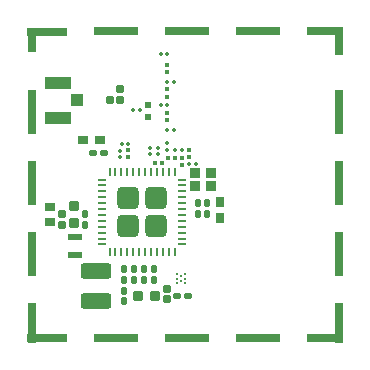
<source format=gtp>
G04*
G04 #@! TF.GenerationSoftware,Altium Limited,Altium Designer,19.0.15 (446)*
G04*
G04 Layer_Color=8421504*
%FSLAX25Y25*%
%MOIN*%
G70*
G01*
G75*
G04:AMPARAMS|DCode=10|XSize=74.8mil|YSize=74.8mil|CornerRadius=18.7mil|HoleSize=0mil|Usage=FLASHONLY|Rotation=180.000|XOffset=0mil|YOffset=0mil|HoleType=Round|Shape=RoundedRectangle|*
%AMROUNDEDRECTD10*
21,1,0.07480,0.03740,0,0,180.0*
21,1,0.03740,0.07480,0,0,180.0*
1,1,0.03740,-0.01870,0.01870*
1,1,0.03740,0.01870,0.01870*
1,1,0.03740,0.01870,-0.01870*
1,1,0.03740,-0.01870,-0.01870*
%
%ADD10ROUNDEDRECTD10*%
G04:AMPARAMS|DCode=11|XSize=74.8mil|YSize=74.8mil|CornerRadius=18.7mil|HoleSize=0mil|Usage=FLASHONLY|Rotation=270.000|XOffset=0mil|YOffset=0mil|HoleType=Round|Shape=RoundedRectangle|*
%AMROUNDEDRECTD11*
21,1,0.07480,0.03740,0,0,270.0*
21,1,0.03740,0.07480,0,0,270.0*
1,1,0.03740,-0.01870,-0.01870*
1,1,0.03740,-0.01870,0.01870*
1,1,0.03740,0.01870,0.01870*
1,1,0.03740,0.01870,-0.01870*
%
%ADD11ROUNDEDRECTD11*%
G04:AMPARAMS|DCode=12|XSize=12.21mil|YSize=13.39mil|CornerRadius=3.17mil|HoleSize=0mil|Usage=FLASHONLY|Rotation=180.000|XOffset=0mil|YOffset=0mil|HoleType=Round|Shape=RoundedRectangle|*
%AMROUNDEDRECTD12*
21,1,0.01221,0.00704,0,0,180.0*
21,1,0.00586,0.01339,0,0,180.0*
1,1,0.00635,-0.00293,0.00352*
1,1,0.00635,0.00293,0.00352*
1,1,0.00635,0.00293,-0.00352*
1,1,0.00635,-0.00293,-0.00352*
%
%ADD12ROUNDEDRECTD12*%
G04:AMPARAMS|DCode=13|XSize=11.81mil|YSize=11.81mil|CornerRadius=0.59mil|HoleSize=0mil|Usage=FLASHONLY|Rotation=0.000|XOffset=0mil|YOffset=0mil|HoleType=Round|Shape=RoundedRectangle|*
%AMROUNDEDRECTD13*
21,1,0.01181,0.01063,0,0,0.0*
21,1,0.01063,0.01181,0,0,0.0*
1,1,0.00118,0.00532,-0.00532*
1,1,0.00118,-0.00532,-0.00532*
1,1,0.00118,-0.00532,0.00532*
1,1,0.00118,0.00532,0.00532*
%
%ADD13ROUNDEDRECTD13*%
G04:AMPARAMS|DCode=14|XSize=34.65mil|YSize=26.38mil|CornerRadius=1.32mil|HoleSize=0mil|Usage=FLASHONLY|Rotation=180.000|XOffset=0mil|YOffset=0mil|HoleType=Round|Shape=RoundedRectangle|*
%AMROUNDEDRECTD14*
21,1,0.03465,0.02374,0,0,180.0*
21,1,0.03201,0.02638,0,0,180.0*
1,1,0.00264,-0.01600,0.01187*
1,1,0.00264,0.01600,0.01187*
1,1,0.00264,0.01600,-0.01187*
1,1,0.00264,-0.01600,-0.01187*
%
%ADD14ROUNDEDRECTD14*%
G04:AMPARAMS|DCode=15|XSize=19.68mil|YSize=47.24mil|CornerRadius=0mil|HoleSize=0mil|Usage=FLASHONLY|Rotation=90.000|XOffset=0mil|YOffset=0mil|HoleType=Round|Shape=RoundedRectangle|*
%AMROUNDEDRECTD15*
21,1,0.01968,0.04724,0,0,90.0*
21,1,0.01968,0.04724,0,0,90.0*
1,1,0.00000,0.02362,0.00984*
1,1,0.00000,0.02362,-0.00984*
1,1,0.00000,-0.02362,-0.00984*
1,1,0.00000,-0.02362,0.00984*
%
%ADD15ROUNDEDRECTD15*%
G04:AMPARAMS|DCode=16|XSize=21.65mil|YSize=47.24mil|CornerRadius=0mil|HoleSize=0mil|Usage=FLASHONLY|Rotation=90.000|XOffset=0mil|YOffset=0mil|HoleType=Round|Shape=RoundedRectangle|*
%AMROUNDEDRECTD16*
21,1,0.02165,0.04724,0,0,90.0*
21,1,0.02165,0.04724,0,0,90.0*
1,1,0.00000,0.02362,0.01083*
1,1,0.00000,0.02362,-0.01083*
1,1,0.00000,-0.02362,-0.01083*
1,1,0.00000,-0.02362,0.01083*
%
%ADD16ROUNDEDRECTD16*%
G04:AMPARAMS|DCode=17|XSize=19.68mil|YSize=21.65mil|CornerRadius=1.97mil|HoleSize=0mil|Usage=FLASHONLY|Rotation=0.000|XOffset=0mil|YOffset=0mil|HoleType=Round|Shape=RoundedRectangle|*
%AMROUNDEDRECTD17*
21,1,0.01968,0.01772,0,0,0.0*
21,1,0.01575,0.02165,0,0,0.0*
1,1,0.00394,0.00787,-0.00886*
1,1,0.00394,-0.00787,-0.00886*
1,1,0.00394,-0.00787,0.00886*
1,1,0.00394,0.00787,0.00886*
%
%ADD17ROUNDEDRECTD17*%
G04:AMPARAMS|DCode=18|XSize=12.21mil|YSize=13.39mil|CornerRadius=3.17mil|HoleSize=0mil|Usage=FLASHONLY|Rotation=270.000|XOffset=0mil|YOffset=0mil|HoleType=Round|Shape=RoundedRectangle|*
%AMROUNDEDRECTD18*
21,1,0.01221,0.00704,0,0,270.0*
21,1,0.00586,0.01339,0,0,270.0*
1,1,0.00635,-0.00352,-0.00293*
1,1,0.00635,-0.00352,0.00293*
1,1,0.00635,0.00352,0.00293*
1,1,0.00635,0.00352,-0.00293*
%
%ADD18ROUNDEDRECTD18*%
G04:AMPARAMS|DCode=19|XSize=11.81mil|YSize=11.81mil|CornerRadius=0.59mil|HoleSize=0mil|Usage=FLASHONLY|Rotation=270.000|XOffset=0mil|YOffset=0mil|HoleType=Round|Shape=RoundedRectangle|*
%AMROUNDEDRECTD19*
21,1,0.01181,0.01063,0,0,270.0*
21,1,0.01063,0.01181,0,0,270.0*
1,1,0.00118,-0.00532,-0.00532*
1,1,0.00118,-0.00532,0.00532*
1,1,0.00118,0.00532,0.00532*
1,1,0.00118,0.00532,-0.00532*
%
%ADD19ROUNDEDRECTD19*%
G04:AMPARAMS|DCode=20|XSize=23.62mil|YSize=23.62mil|CornerRadius=2.36mil|HoleSize=0mil|Usage=FLASHONLY|Rotation=180.000|XOffset=0mil|YOffset=0mil|HoleType=Round|Shape=RoundedRectangle|*
%AMROUNDEDRECTD20*
21,1,0.02362,0.01890,0,0,180.0*
21,1,0.01890,0.02362,0,0,180.0*
1,1,0.00472,-0.00945,0.00945*
1,1,0.00472,0.00945,0.00945*
1,1,0.00472,0.00945,-0.00945*
1,1,0.00472,-0.00945,-0.00945*
%
%ADD20ROUNDEDRECTD20*%
G04:AMPARAMS|DCode=21|XSize=33.47mil|YSize=31.5mil|CornerRadius=3.94mil|HoleSize=0mil|Usage=FLASHONLY|Rotation=90.000|XOffset=0mil|YOffset=0mil|HoleType=Round|Shape=RoundedRectangle|*
%AMROUNDEDRECTD21*
21,1,0.03347,0.02362,0,0,90.0*
21,1,0.02559,0.03150,0,0,90.0*
1,1,0.00787,0.01181,0.01280*
1,1,0.00787,0.01181,-0.01280*
1,1,0.00787,-0.01181,-0.01280*
1,1,0.00787,-0.01181,0.01280*
%
%ADD21ROUNDEDRECTD21*%
G04:AMPARAMS|DCode=22|XSize=41.34mil|YSize=88.58mil|CornerRadius=4.13mil|HoleSize=0mil|Usage=FLASHONLY|Rotation=90.000|XOffset=0mil|YOffset=0mil|HoleType=Round|Shape=RoundedRectangle|*
%AMROUNDEDRECTD22*
21,1,0.04134,0.08032,0,0,90.0*
21,1,0.03307,0.08858,0,0,90.0*
1,1,0.00827,0.04016,0.01654*
1,1,0.00827,0.04016,-0.01654*
1,1,0.00827,-0.04016,-0.01654*
1,1,0.00827,-0.04016,0.01654*
%
%ADD22ROUNDEDRECTD22*%
G04:AMPARAMS|DCode=23|XSize=41.34mil|YSize=43.31mil|CornerRadius=4.13mil|HoleSize=0mil|Usage=FLASHONLY|Rotation=90.000|XOffset=0mil|YOffset=0mil|HoleType=Round|Shape=RoundedRectangle|*
%AMROUNDEDRECTD23*
21,1,0.04134,0.03504,0,0,90.0*
21,1,0.03307,0.04331,0,0,90.0*
1,1,0.00827,0.01752,0.01654*
1,1,0.00827,0.01752,-0.01654*
1,1,0.00827,-0.01752,-0.01654*
1,1,0.00827,-0.01752,0.01654*
%
%ADD23ROUNDEDRECTD23*%
G04:AMPARAMS|DCode=24|XSize=35.43mil|YSize=31.5mil|CornerRadius=3.15mil|HoleSize=0mil|Usage=FLASHONLY|Rotation=0.000|XOffset=0mil|YOffset=0mil|HoleType=Round|Shape=RoundedRectangle|*
%AMROUNDEDRECTD24*
21,1,0.03543,0.02520,0,0,0.0*
21,1,0.02913,0.03150,0,0,0.0*
1,1,0.00630,0.01457,-0.01260*
1,1,0.00630,-0.01457,-0.01260*
1,1,0.00630,-0.01457,0.01260*
1,1,0.00630,0.01457,0.01260*
%
%ADD24ROUNDEDRECTD24*%
%ADD25C,0.00827*%
%ADD26O,0.02953X0.01000*%
G04:AMPARAMS|DCode=27|XSize=29.53mil|YSize=149.61mil|CornerRadius=2.95mil|HoleSize=0mil|Usage=FLASHONLY|Rotation=180.000|XOffset=0mil|YOffset=0mil|HoleType=Round|Shape=RoundedRectangle|*
%AMROUNDEDRECTD27*
21,1,0.02953,0.14370,0,0,180.0*
21,1,0.02362,0.14961,0,0,180.0*
1,1,0.00591,-0.01181,0.07185*
1,1,0.00591,0.01181,0.07185*
1,1,0.00591,0.01181,-0.07185*
1,1,0.00591,-0.01181,-0.07185*
%
%ADD27ROUNDEDRECTD27*%
G04:AMPARAMS|DCode=28|XSize=29.53mil|YSize=149.61mil|CornerRadius=2.95mil|HoleSize=0mil|Usage=FLASHONLY|Rotation=270.000|XOffset=0mil|YOffset=0mil|HoleType=Round|Shape=RoundedRectangle|*
%AMROUNDEDRECTD28*
21,1,0.02953,0.14370,0,0,270.0*
21,1,0.02362,0.14961,0,0,270.0*
1,1,0.00591,-0.07185,-0.01181*
1,1,0.00591,-0.07185,0.01181*
1,1,0.00591,0.07185,0.01181*
1,1,0.00591,0.07185,-0.01181*
%
%ADD28ROUNDEDRECTD28*%
G04:AMPARAMS|DCode=29|XSize=29.53mil|YSize=82.68mil|CornerRadius=2.95mil|HoleSize=0mil|Usage=FLASHONLY|Rotation=180.000|XOffset=0mil|YOffset=0mil|HoleType=Round|Shape=RoundedRectangle|*
%AMROUNDEDRECTD29*
21,1,0.02953,0.07677,0,0,180.0*
21,1,0.02362,0.08268,0,0,180.0*
1,1,0.00591,-0.01181,0.03839*
1,1,0.00591,0.01181,0.03839*
1,1,0.00591,0.01181,-0.03839*
1,1,0.00591,-0.01181,-0.03839*
%
%ADD29ROUNDEDRECTD29*%
G04:AMPARAMS|DCode=30|XSize=29.53mil|YSize=132.87mil|CornerRadius=2.95mil|HoleSize=0mil|Usage=FLASHONLY|Rotation=270.000|XOffset=0mil|YOffset=0mil|HoleType=Round|Shape=RoundedRectangle|*
%AMROUNDEDRECTD30*
21,1,0.02953,0.12697,0,0,270.0*
21,1,0.02362,0.13287,0,0,270.0*
1,1,0.00591,-0.06348,-0.01181*
1,1,0.00591,-0.06348,0.01181*
1,1,0.00591,0.06348,0.01181*
1,1,0.00591,0.06348,-0.01181*
%
%ADD30ROUNDEDRECTD30*%
G04:AMPARAMS|DCode=31|XSize=29.53mil|YSize=123.03mil|CornerRadius=2.95mil|HoleSize=0mil|Usage=FLASHONLY|Rotation=270.000|XOffset=0mil|YOffset=0mil|HoleType=Round|Shape=RoundedRectangle|*
%AMROUNDEDRECTD31*
21,1,0.02953,0.11713,0,0,270.0*
21,1,0.02362,0.12303,0,0,270.0*
1,1,0.00591,-0.05856,-0.01181*
1,1,0.00591,-0.05856,0.01181*
1,1,0.00591,0.05856,0.01181*
1,1,0.00591,0.05856,-0.01181*
%
%ADD31ROUNDEDRECTD31*%
G04:AMPARAMS|DCode=32|XSize=29.53mil|YSize=90.55mil|CornerRadius=2.95mil|HoleSize=0mil|Usage=FLASHONLY|Rotation=180.000|XOffset=0mil|YOffset=0mil|HoleType=Round|Shape=RoundedRectangle|*
%AMROUNDEDRECTD32*
21,1,0.02953,0.08465,0,0,180.0*
21,1,0.02362,0.09055,0,0,180.0*
1,1,0.00591,-0.01181,0.04232*
1,1,0.00591,0.01181,0.04232*
1,1,0.00591,0.01181,-0.04232*
1,1,0.00591,-0.01181,-0.04232*
%
%ADD32ROUNDEDRECTD32*%
G04:AMPARAMS|DCode=33|XSize=29.53mil|YSize=122.05mil|CornerRadius=2.95mil|HoleSize=0mil|Usage=FLASHONLY|Rotation=270.000|XOffset=0mil|YOffset=0mil|HoleType=Round|Shape=RoundedRectangle|*
%AMROUNDEDRECTD33*
21,1,0.02953,0.11614,0,0,270.0*
21,1,0.02362,0.12205,0,0,270.0*
1,1,0.00591,-0.05807,-0.01181*
1,1,0.00591,-0.05807,0.01181*
1,1,0.00591,0.05807,0.01181*
1,1,0.00591,0.05807,-0.01181*
%
%ADD33ROUNDEDRECTD33*%
G04:AMPARAMS|DCode=34|XSize=29.53mil|YSize=133.86mil|CornerRadius=2.95mil|HoleSize=0mil|Usage=FLASHONLY|Rotation=180.000|XOffset=0mil|YOffset=0mil|HoleType=Round|Shape=RoundedRectangle|*
%AMROUNDEDRECTD34*
21,1,0.02953,0.12795,0,0,180.0*
21,1,0.02362,0.13386,0,0,180.0*
1,1,0.00591,-0.01181,0.06398*
1,1,0.00591,0.01181,0.06398*
1,1,0.00591,0.01181,-0.06398*
1,1,0.00591,-0.01181,-0.06398*
%
%ADD34ROUNDEDRECTD34*%
G04:AMPARAMS|DCode=35|XSize=29.53mil|YSize=133.86mil|CornerRadius=2.95mil|HoleSize=0mil|Usage=FLASHONLY|Rotation=270.000|XOffset=0mil|YOffset=0mil|HoleType=Round|Shape=RoundedRectangle|*
%AMROUNDEDRECTD35*
21,1,0.02953,0.12795,0,0,270.0*
21,1,0.02362,0.13386,0,0,270.0*
1,1,0.00591,-0.06398,-0.01181*
1,1,0.00591,-0.06398,0.01181*
1,1,0.00591,0.06398,0.01181*
1,1,0.00591,0.06398,-0.01181*
%
%ADD35ROUNDEDRECTD35*%
G04:AMPARAMS|DCode=36|XSize=100.39mil|YSize=51.18mil|CornerRadius=7.68mil|HoleSize=0mil|Usage=FLASHONLY|Rotation=0.000|XOffset=0mil|YOffset=0mil|HoleType=Round|Shape=RoundedRectangle|*
%AMROUNDEDRECTD36*
21,1,0.10039,0.03583,0,0,0.0*
21,1,0.08504,0.05118,0,0,0.0*
1,1,0.01535,0.04252,-0.01791*
1,1,0.01535,-0.04252,-0.01791*
1,1,0.01535,-0.04252,0.01791*
1,1,0.01535,0.04252,0.01791*
%
%ADD36ROUNDEDRECTD36*%
G04:AMPARAMS|DCode=37|XSize=27.56mil|YSize=33.47mil|CornerRadius=3.45mil|HoleSize=0mil|Usage=FLASHONLY|Rotation=90.000|XOffset=0mil|YOffset=0mil|HoleType=Round|Shape=RoundedRectangle|*
%AMROUNDEDRECTD37*
21,1,0.02756,0.02657,0,0,90.0*
21,1,0.02067,0.03347,0,0,90.0*
1,1,0.00689,0.01329,0.01034*
1,1,0.00689,0.01329,-0.01034*
1,1,0.00689,-0.01329,-0.01034*
1,1,0.00689,-0.01329,0.01034*
%
%ADD37ROUNDEDRECTD37*%
%ADD38O,0.00984X0.02953*%
%ADD39O,0.02953X0.00984*%
G04:AMPARAMS|DCode=40|XSize=27.56mil|YSize=33.47mil|CornerRadius=3.45mil|HoleSize=0mil|Usage=FLASHONLY|Rotation=180.000|XOffset=0mil|YOffset=0mil|HoleType=Round|Shape=RoundedRectangle|*
%AMROUNDEDRECTD40*
21,1,0.02756,0.02657,0,0,180.0*
21,1,0.02067,0.03347,0,0,180.0*
1,1,0.00689,-0.01034,0.01329*
1,1,0.00689,0.01034,0.01329*
1,1,0.00689,0.01034,-0.01329*
1,1,0.00689,-0.01034,-0.01329*
%
%ADD40ROUNDEDRECTD40*%
G04:AMPARAMS|DCode=41|XSize=19.68mil|YSize=23.62mil|CornerRadius=1.97mil|HoleSize=0mil|Usage=FLASHONLY|Rotation=0.000|XOffset=0mil|YOffset=0mil|HoleType=Round|Shape=RoundedRectangle|*
%AMROUNDEDRECTD41*
21,1,0.01968,0.01968,0,0,0.0*
21,1,0.01575,0.02362,0,0,0.0*
1,1,0.00394,0.00787,-0.00984*
1,1,0.00394,-0.00787,-0.00984*
1,1,0.00394,-0.00787,0.00984*
1,1,0.00394,0.00787,0.00984*
%
%ADD41ROUNDEDRECTD41*%
G04:AMPARAMS|DCode=42|XSize=19.68mil|YSize=23.62mil|CornerRadius=1.97mil|HoleSize=0mil|Usage=FLASHONLY|Rotation=270.000|XOffset=0mil|YOffset=0mil|HoleType=Round|Shape=RoundedRectangle|*
%AMROUNDEDRECTD42*
21,1,0.01968,0.01968,0,0,270.0*
21,1,0.01575,0.02362,0,0,270.0*
1,1,0.00394,-0.00984,-0.00787*
1,1,0.00394,-0.00984,0.00787*
1,1,0.00394,0.00984,0.00787*
1,1,0.00394,0.00984,-0.00787*
%
%ADD42ROUNDEDRECTD42*%
G04:AMPARAMS|DCode=43|XSize=23.62mil|YSize=23.62mil|CornerRadius=2.36mil|HoleSize=0mil|Usage=FLASHONLY|Rotation=270.000|XOffset=0mil|YOffset=0mil|HoleType=Round|Shape=RoundedRectangle|*
%AMROUNDEDRECTD43*
21,1,0.02362,0.01890,0,0,270.0*
21,1,0.01890,0.02362,0,0,270.0*
1,1,0.00472,-0.00945,-0.00945*
1,1,0.00472,-0.00945,0.00945*
1,1,0.00472,0.00945,0.00945*
1,1,0.00472,0.00945,-0.00945*
%
%ADD43ROUNDEDRECTD43*%
G04:AMPARAMS|DCode=44|XSize=33.47mil|YSize=31.5mil|CornerRadius=3.94mil|HoleSize=0mil|Usage=FLASHONLY|Rotation=180.000|XOffset=0mil|YOffset=0mil|HoleType=Round|Shape=RoundedRectangle|*
%AMROUNDEDRECTD44*
21,1,0.03347,0.02362,0,0,180.0*
21,1,0.02559,0.03150,0,0,180.0*
1,1,0.00787,-0.01280,0.01181*
1,1,0.00787,0.01280,0.01181*
1,1,0.00787,0.01280,-0.01181*
1,1,0.00787,-0.01280,-0.01181*
%
%ADD44ROUNDEDRECTD44*%
D10*
X40157Y62402D02*
D03*
X49213Y71457D02*
D03*
D11*
Y62402D02*
D03*
X40157Y71457D02*
D03*
D12*
X50900Y119500D02*
D03*
X53065D02*
D03*
X53078Y110300D02*
D03*
X55243D02*
D03*
X50917Y102524D02*
D03*
X53083D02*
D03*
X55717Y87700D02*
D03*
X57883D02*
D03*
X40083Y89500D02*
D03*
X37917D02*
D03*
X55283Y94266D02*
D03*
X53117D02*
D03*
X41700Y101000D02*
D03*
X43865D02*
D03*
X60400Y83000D02*
D03*
X62565D02*
D03*
D13*
X53100Y115981D02*
D03*
Y113619D02*
D03*
Y107781D02*
D03*
Y105419D02*
D03*
Y99881D02*
D03*
Y97519D02*
D03*
X40100Y87681D02*
D03*
Y85319D02*
D03*
X60400Y85400D02*
D03*
Y87762D02*
D03*
X57900Y85081D02*
D03*
Y82719D02*
D03*
D14*
X13976Y63524D02*
D03*
Y68760D02*
D03*
D15*
X22433Y52756D02*
D03*
D16*
Y58661D02*
D03*
D17*
X46600Y98466D02*
D03*
Y102600D02*
D03*
D18*
X37205Y85138D02*
D03*
Y87303D02*
D03*
X53100Y89783D02*
D03*
Y87617D02*
D03*
X50000Y88283D02*
D03*
Y86117D02*
D03*
X47400Y88283D02*
D03*
Y86117D02*
D03*
D19*
X53219Y84900D02*
D03*
X55581D02*
D03*
X49119Y83300D02*
D03*
X51481D02*
D03*
D20*
X37402Y107874D02*
D03*
Y104331D02*
D03*
X17913Y66142D02*
D03*
Y62598D02*
D03*
X53150Y41339D02*
D03*
Y37795D02*
D03*
D21*
X43504Y38780D02*
D03*
X49016D02*
D03*
D22*
X16634Y98228D02*
D03*
Y110039D02*
D03*
D23*
X22933Y104134D02*
D03*
D24*
X62288Y79800D02*
D03*
X67800D02*
D03*
Y75469D02*
D03*
X62288D02*
D03*
D25*
X59047Y43110D02*
D03*
X56291D02*
D03*
X59047Y44685D02*
D03*
X57669Y43898D02*
D03*
X56291Y44685D02*
D03*
X59047Y46260D02*
D03*
X57669Y45472D02*
D03*
X56291Y46260D02*
D03*
D26*
X110214Y127144D02*
D03*
D03*
D03*
X7856D02*
D03*
D27*
X110256Y100256D02*
D03*
X7854D02*
D03*
Y76634D02*
D03*
Y53012D02*
D03*
X110256Y76634D02*
D03*
Y53012D02*
D03*
D28*
X83327Y127185D02*
D03*
X59705D02*
D03*
X36083D02*
D03*
X83327Y24783D02*
D03*
X59705D02*
D03*
X36083D02*
D03*
D29*
X7855Y124384D02*
D03*
D30*
X13055Y127084D02*
D03*
D31*
X105555Y127184D02*
D03*
D32*
X110255Y124084D02*
D03*
D33*
X105555Y24784D02*
D03*
D34*
X7855Y30084D02*
D03*
X110255D02*
D03*
D35*
X13155Y24784D02*
D03*
D36*
X29232Y47244D02*
D03*
Y37402D02*
D03*
D37*
X25000Y90945D02*
D03*
X30512D02*
D03*
D38*
X55512Y53740D02*
D03*
X53543D02*
D03*
X51575D02*
D03*
X49606D02*
D03*
X47638D02*
D03*
X45669D02*
D03*
X43701D02*
D03*
X41732D02*
D03*
X39764D02*
D03*
X37795D02*
D03*
X35827D02*
D03*
X33858D02*
D03*
Y80118D02*
D03*
X35827D02*
D03*
X37795D02*
D03*
X39764D02*
D03*
X41732D02*
D03*
X43701D02*
D03*
X45669D02*
D03*
X47638D02*
D03*
X49606D02*
D03*
X51575D02*
D03*
X53543D02*
D03*
X55512D02*
D03*
D39*
X31496Y56102D02*
D03*
Y58071D02*
D03*
Y60039D02*
D03*
Y62008D02*
D03*
Y63976D02*
D03*
Y65945D02*
D03*
Y67913D02*
D03*
Y69882D02*
D03*
Y71850D02*
D03*
Y73819D02*
D03*
Y75787D02*
D03*
Y77756D02*
D03*
X57874D02*
D03*
Y75787D02*
D03*
Y73819D02*
D03*
Y71850D02*
D03*
Y69882D02*
D03*
Y67913D02*
D03*
Y65945D02*
D03*
Y63976D02*
D03*
Y62008D02*
D03*
Y60039D02*
D03*
Y58071D02*
D03*
Y56102D02*
D03*
D40*
X70600Y70312D02*
D03*
Y64800D02*
D03*
D41*
X66500Y66400D02*
D03*
Y69943D02*
D03*
X63200Y69900D02*
D03*
Y66357D02*
D03*
X38772Y44291D02*
D03*
Y47835D02*
D03*
X25780Y62598D02*
D03*
Y66142D02*
D03*
X38780Y40748D02*
D03*
Y37205D02*
D03*
X42028Y47835D02*
D03*
Y44291D02*
D03*
X48622Y47835D02*
D03*
Y44291D02*
D03*
X45472Y47835D02*
D03*
Y44291D02*
D03*
D42*
X28346Y86614D02*
D03*
X31890D02*
D03*
X56299Y38780D02*
D03*
X59842D02*
D03*
D43*
X33858Y104331D02*
D03*
X37402D02*
D03*
D44*
X21850Y68898D02*
D03*
Y63386D02*
D03*
M02*

</source>
